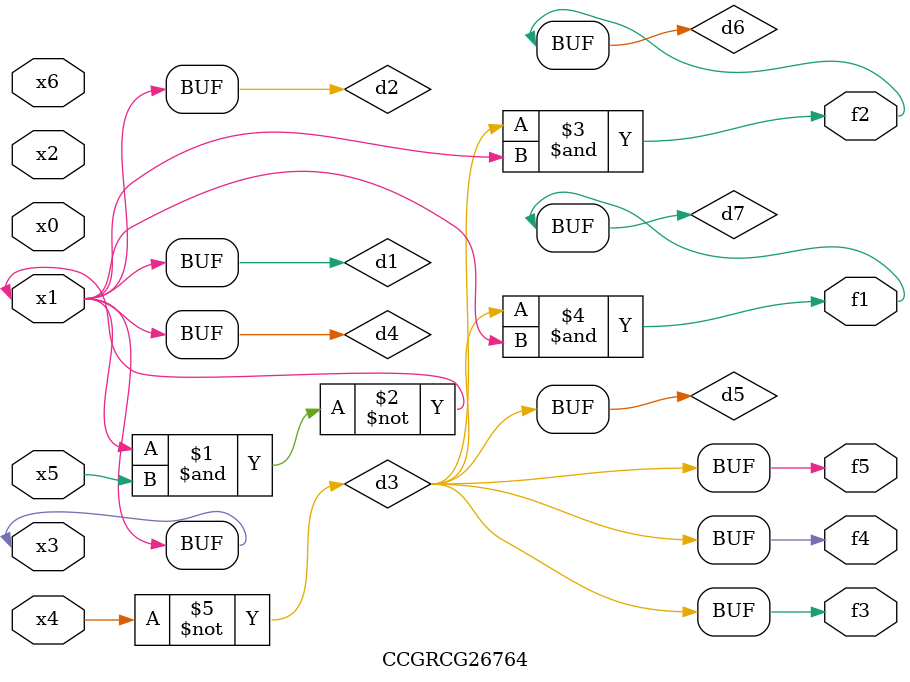
<source format=v>
module CCGRCG26764(
	input x0, x1, x2, x3, x4, x5, x6,
	output f1, f2, f3, f4, f5
);

	wire d1, d2, d3, d4, d5, d6, d7;

	buf (d1, x1, x3);
	nand (d2, x1, x5);
	not (d3, x4);
	buf (d4, d1, d2);
	buf (d5, d3);
	and (d6, d3, d4);
	and (d7, d3, d4);
	assign f1 = d7;
	assign f2 = d6;
	assign f3 = d5;
	assign f4 = d5;
	assign f5 = d5;
endmodule

</source>
